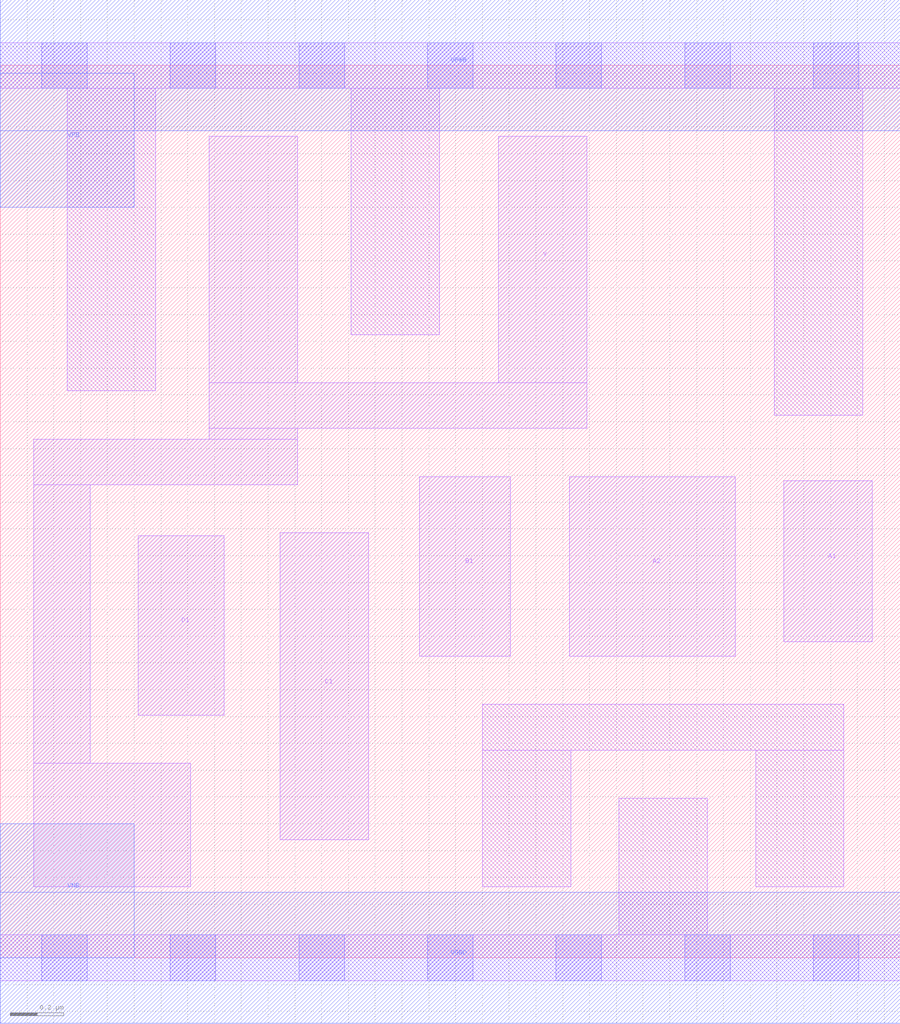
<source format=lef>
# Copyright 2020 The SkyWater PDK Authors
#
# Licensed under the Apache License, Version 2.0 (the "License");
# you may not use this file except in compliance with the License.
# You may obtain a copy of the License at
#
#     https://www.apache.org/licenses/LICENSE-2.0
#
# Unless required by applicable law or agreed to in writing, software
# distributed under the License is distributed on an "AS IS" BASIS,
# WITHOUT WARRANTIES OR CONDITIONS OF ANY KIND, either express or implied.
# See the License for the specific language governing permissions and
# limitations under the License.
#
# SPDX-License-Identifier: Apache-2.0

VERSION 5.5 ;
NAMESCASESENSITIVE ON ;
BUSBITCHARS "[]" ;
DIVIDERCHAR "/" ;
MACRO sky130_fd_sc_lp__o2111ai_lp
  CLASS CORE ;
  SOURCE USER ;
  ORIGIN  0.000000  0.000000 ;
  SIZE  3.360000 BY  3.330000 ;
  SYMMETRY X Y R90 ;
  SITE unit ;
  PIN A1
    ANTENNAGATEAREA  0.313000 ;
    DIRECTION INPUT ;
    USE SIGNAL ;
    PORT
      LAYER li1 ;
        RECT 2.925000 1.180000 3.255000 1.780000 ;
    END
  END A1
  PIN A2
    ANTENNAGATEAREA  0.313000 ;
    DIRECTION INPUT ;
    USE SIGNAL ;
    PORT
      LAYER li1 ;
        RECT 2.125000 1.125000 2.745000 1.795000 ;
    END
  END A2
  PIN B1
    ANTENNAGATEAREA  0.313000 ;
    DIRECTION INPUT ;
    USE SIGNAL ;
    PORT
      LAYER li1 ;
        RECT 1.565000 1.125000 1.905000 1.795000 ;
    END
  END B1
  PIN C1
    ANTENNAGATEAREA  0.313000 ;
    DIRECTION INPUT ;
    USE SIGNAL ;
    PORT
      LAYER li1 ;
        RECT 1.045000 0.440000 1.375000 1.585000 ;
    END
  END C1
  PIN D1
    ANTENNAGATEAREA  0.313000 ;
    DIRECTION INPUT ;
    USE SIGNAL ;
    PORT
      LAYER li1 ;
        RECT 0.515000 0.905000 0.835000 1.575000 ;
    END
  END D1
  PIN Y
    ANTENNADIFFAREA  0.679700 ;
    DIRECTION OUTPUT ;
    USE SIGNAL ;
    PORT
      LAYER li1 ;
        RECT 0.125000 0.265000 0.710000 0.725000 ;
        RECT 0.125000 0.725000 0.335000 1.765000 ;
        RECT 0.125000 1.765000 1.110000 1.935000 ;
        RECT 0.780000 1.935000 1.110000 1.975000 ;
        RECT 0.780000 1.975000 2.190000 2.145000 ;
        RECT 0.780000 2.145000 1.110000 3.065000 ;
        RECT 1.860000 2.145000 2.190000 3.065000 ;
    END
  END Y
  PIN VGND
    DIRECTION INOUT ;
    USE GROUND ;
    PORT
      LAYER met1 ;
        RECT 0.000000 -0.245000 3.360000 0.245000 ;
    END
  END VGND
  PIN VNB
    DIRECTION INOUT ;
    USE GROUND ;
    PORT
      LAYER met1 ;
        RECT 0.000000 0.000000 0.500000 0.500000 ;
    END
  END VNB
  PIN VPB
    DIRECTION INOUT ;
    USE POWER ;
    PORT
      LAYER met1 ;
        RECT 0.000000 2.800000 0.500000 3.300000 ;
    END
  END VPB
  PIN VPWR
    DIRECTION INOUT ;
    USE POWER ;
    PORT
      LAYER met1 ;
        RECT 0.000000 3.085000 3.360000 3.575000 ;
    END
  END VPWR
  OBS
    LAYER li1 ;
      RECT 0.000000 -0.085000 3.360000 0.085000 ;
      RECT 0.000000  3.245000 3.360000 3.415000 ;
      RECT 0.250000  2.115000 0.580000 3.245000 ;
      RECT 1.310000  2.325000 1.640000 3.245000 ;
      RECT 1.800000  0.265000 2.130000 0.775000 ;
      RECT 1.800000  0.775000 3.150000 0.945000 ;
      RECT 2.310000  0.085000 2.640000 0.595000 ;
      RECT 2.820000  0.265000 3.150000 0.775000 ;
      RECT 2.890000  2.025000 3.220000 3.245000 ;
    LAYER mcon ;
      RECT 0.155000 -0.085000 0.325000 0.085000 ;
      RECT 0.155000  3.245000 0.325000 3.415000 ;
      RECT 0.635000 -0.085000 0.805000 0.085000 ;
      RECT 0.635000  3.245000 0.805000 3.415000 ;
      RECT 1.115000 -0.085000 1.285000 0.085000 ;
      RECT 1.115000  3.245000 1.285000 3.415000 ;
      RECT 1.595000 -0.085000 1.765000 0.085000 ;
      RECT 1.595000  3.245000 1.765000 3.415000 ;
      RECT 2.075000 -0.085000 2.245000 0.085000 ;
      RECT 2.075000  3.245000 2.245000 3.415000 ;
      RECT 2.555000 -0.085000 2.725000 0.085000 ;
      RECT 2.555000  3.245000 2.725000 3.415000 ;
      RECT 3.035000 -0.085000 3.205000 0.085000 ;
      RECT 3.035000  3.245000 3.205000 3.415000 ;
  END
END sky130_fd_sc_lp__o2111ai_lp

</source>
